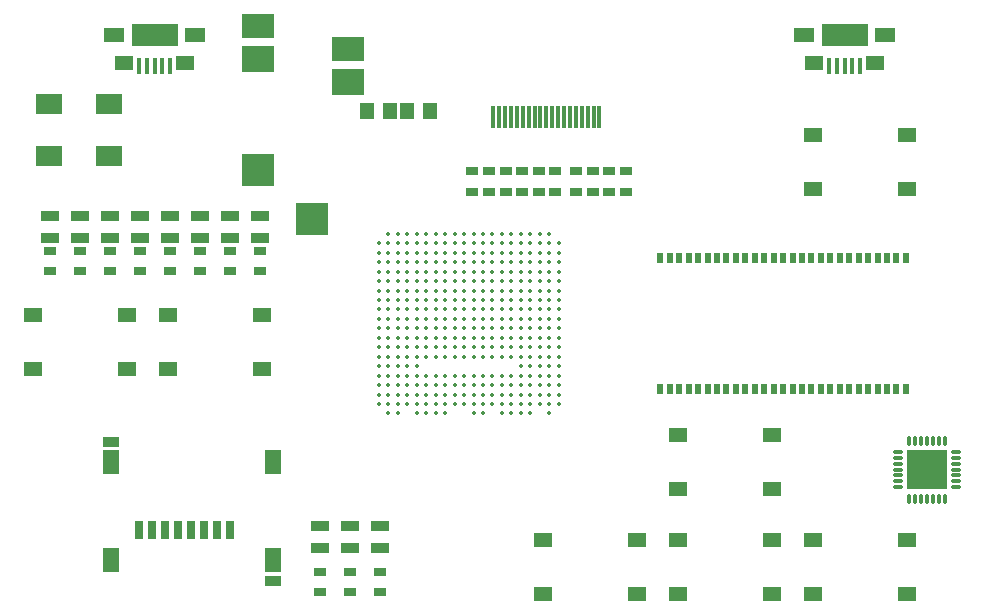
<source format=gtp>
G04 #@! TF.GenerationSoftware,KiCad,Pcbnew,5.0.0-rc2+dfsg1-2*
G04 #@! TF.CreationDate,2018-06-06T21:13:25+02:00*
G04 #@! TF.ProjectId,ulx3s,756C7833732E6B696361645F70636200,rev?*
G04 #@! TF.SameCoordinates,Original*
G04 #@! TF.FileFunction,Paste,Top*
G04 #@! TF.FilePolarity,Positive*
%FSLAX46Y46*%
G04 Gerber Fmt 4.6, Leading zero omitted, Abs format (unit mm)*
G04 Created by KiCad (PCBNEW 5.0.0-rc2+dfsg1-2) date Wed Jun  6 21:13:25 2018*
%MOMM*%
%LPD*%
G01*
G04 APERTURE LIST*
%ADD10R,1.700000X1.300000*%
%ADD11R,0.400000X1.350000*%
%ADD12R,4.000000X1.900000*%
%ADD13R,1.600000X1.200000*%
%ADD14O,0.850000X0.300000*%
%ADD15O,0.300000X0.850000*%
%ADD16R,1.675000X1.675000*%
%ADD17R,1.550000X1.300000*%
%ADD18C,0.350000*%
%ADD19R,2.800000X2.000000*%
%ADD20R,2.800000X2.200000*%
%ADD21R,2.800000X2.800000*%
%ADD22R,0.700000X1.500000*%
%ADD23R,1.450000X0.900000*%
%ADD24R,1.450000X2.000000*%
%ADD25R,2.200000X1.800000*%
%ADD26R,0.560000X0.900000*%
%ADD27R,1.000000X0.670000*%
%ADD28R,1.500000X0.970000*%
%ADD29R,0.300000X1.900000*%
%ADD30R,1.295000X1.400000*%
G04 APERTURE END LIST*
D10*
G04 #@! TO.C,US2*
X166900000Y-63325000D03*
X173700000Y-63325000D03*
D11*
X169000000Y-66000000D03*
X169650000Y-66000000D03*
X170300000Y-66000000D03*
X170950000Y-66000000D03*
X171600000Y-66000000D03*
D12*
X170300000Y-63325000D03*
D13*
X167700000Y-65725000D03*
X172900000Y-65725000D03*
G04 #@! TD*
D10*
G04 #@! TO.C,US1*
X108480000Y-63325000D03*
X115280000Y-63325000D03*
D11*
X110580000Y-66000000D03*
X111230000Y-66000000D03*
X111880000Y-66000000D03*
X112530000Y-66000000D03*
X113180000Y-66000000D03*
D12*
X111880000Y-63325000D03*
D13*
X109280000Y-65725000D03*
X114480000Y-65725000D03*
G04 #@! TD*
D14*
G04 #@! TO.C,U8*
X179735000Y-101655000D03*
X179735000Y-101155000D03*
X179735000Y-100655000D03*
X179735000Y-100155000D03*
X179735000Y-99655000D03*
X179735000Y-99155000D03*
X179735000Y-98655000D03*
D15*
X178785000Y-97705000D03*
X178285000Y-97705000D03*
X177785000Y-97705000D03*
X177285000Y-97705000D03*
X176785000Y-97705000D03*
X176285000Y-97705000D03*
X175785000Y-97705000D03*
D14*
X174835000Y-98655000D03*
X174835000Y-99155000D03*
X174835000Y-99655000D03*
X174835000Y-100155000D03*
X174835000Y-100655000D03*
X174835000Y-101155000D03*
X174835000Y-101655000D03*
D15*
X175785000Y-102605000D03*
X176285000Y-102605000D03*
X176785000Y-102605000D03*
X177285000Y-102605000D03*
X177785000Y-102605000D03*
X178285000Y-102605000D03*
X178785000Y-102605000D03*
D16*
X176447500Y-99317500D03*
X176447500Y-100992500D03*
X178122500Y-99317500D03*
X178122500Y-100992500D03*
G04 #@! TD*
D17*
G04 #@! TO.C,BTN0*
X175550000Y-71870000D03*
X175550000Y-76370000D03*
X167590000Y-76370000D03*
X167590000Y-71870000D03*
G04 #@! TD*
G04 #@! TO.C,BTN1*
X101550000Y-91610000D03*
X101550000Y-87110000D03*
X109510000Y-87110000D03*
X109510000Y-91610000D03*
G04 #@! TD*
G04 #@! TO.C,BTN2*
X112980000Y-91610000D03*
X112980000Y-87110000D03*
X120940000Y-87110000D03*
X120940000Y-91610000D03*
G04 #@! TD*
G04 #@! TO.C,BTN3*
X156160000Y-101770000D03*
X156160000Y-97270000D03*
X164120000Y-97270000D03*
X164120000Y-101770000D03*
G04 #@! TD*
G04 #@! TO.C,BTN4*
X164120000Y-106160000D03*
X164120000Y-110660000D03*
X156160000Y-110660000D03*
X156160000Y-106160000D03*
G04 #@! TD*
G04 #@! TO.C,BTN5*
X152690000Y-106160000D03*
X152690000Y-110660000D03*
X144730000Y-110660000D03*
X144730000Y-106160000D03*
G04 #@! TD*
G04 #@! TO.C,BTN6*
X175550000Y-106160000D03*
X175550000Y-110660000D03*
X167590000Y-110660000D03*
X167590000Y-106160000D03*
G04 #@! TD*
D18*
G04 #@! TO.C,U1*
X131680000Y-80200000D03*
X132480000Y-80200000D03*
X133280000Y-80200000D03*
X134080000Y-80200000D03*
X134880000Y-80200000D03*
X135680000Y-80200000D03*
X136480000Y-80200000D03*
X137280000Y-80200000D03*
X138080000Y-80200000D03*
X138880000Y-80200000D03*
X139680000Y-80200000D03*
X140480000Y-80200000D03*
X141280000Y-80200000D03*
X142080000Y-80200000D03*
X142880000Y-80200000D03*
X143680000Y-80200000D03*
X144480000Y-80200000D03*
X145280000Y-80200000D03*
X130880000Y-81000000D03*
X131680000Y-81000000D03*
X132480000Y-81000000D03*
X133280000Y-81000000D03*
X134080000Y-81000000D03*
X134880000Y-81000000D03*
X135680000Y-81000000D03*
X136480000Y-81000000D03*
X137280000Y-81000000D03*
X138080000Y-81000000D03*
X138880000Y-81000000D03*
X139680000Y-81000000D03*
X140480000Y-81000000D03*
X141280000Y-81000000D03*
X142080000Y-81000000D03*
X142880000Y-81000000D03*
X143680000Y-81000000D03*
X144480000Y-81000000D03*
X145280000Y-81000000D03*
X146080000Y-81000000D03*
X130880000Y-81800000D03*
X131680000Y-81800000D03*
X132480000Y-81800000D03*
X133280000Y-81800000D03*
X134080000Y-81800000D03*
X134880000Y-81800000D03*
X135680000Y-81800000D03*
X136480000Y-81800000D03*
X137280000Y-81800000D03*
X138080000Y-81800000D03*
X138880000Y-81800000D03*
X139680000Y-81800000D03*
X140480000Y-81800000D03*
X141280000Y-81800000D03*
X142080000Y-81800000D03*
X142880000Y-81800000D03*
X143680000Y-81800000D03*
X144480000Y-81800000D03*
X145280000Y-81800000D03*
X146080000Y-81800000D03*
X130880000Y-82600000D03*
X131680000Y-82600000D03*
X132480000Y-82600000D03*
X133280000Y-82600000D03*
X134080000Y-82600000D03*
X134880000Y-82600000D03*
X135680000Y-82600000D03*
X136480000Y-82600000D03*
X137280000Y-82600000D03*
X138080000Y-82600000D03*
X138880000Y-82600000D03*
X139680000Y-82600000D03*
X140480000Y-82600000D03*
X141280000Y-82600000D03*
X142080000Y-82600000D03*
X142880000Y-82600000D03*
X143680000Y-82600000D03*
X144480000Y-82600000D03*
X145280000Y-82600000D03*
X146080000Y-82600000D03*
X130880000Y-83400000D03*
X131680000Y-83400000D03*
X132480000Y-83400000D03*
X133280000Y-83400000D03*
X134080000Y-83400000D03*
X134880000Y-83400000D03*
X135680000Y-83400000D03*
X136480000Y-83400000D03*
X137280000Y-83400000D03*
X138080000Y-83400000D03*
X138880000Y-83400000D03*
X139680000Y-83400000D03*
X140480000Y-83400000D03*
X141280000Y-83400000D03*
X142080000Y-83400000D03*
X142880000Y-83400000D03*
X143680000Y-83400000D03*
X144480000Y-83400000D03*
X145280000Y-83400000D03*
X146080000Y-83400000D03*
X130880000Y-84200000D03*
X131680000Y-84200000D03*
X132480000Y-84200000D03*
X133280000Y-84200000D03*
X134080000Y-84200000D03*
X134880000Y-84200000D03*
X135680000Y-84200000D03*
X136480000Y-84200000D03*
X137280000Y-84200000D03*
X138080000Y-84200000D03*
X138880000Y-84200000D03*
X139680000Y-84200000D03*
X140480000Y-84200000D03*
X141280000Y-84200000D03*
X142080000Y-84200000D03*
X142880000Y-84200000D03*
X143680000Y-84200000D03*
X144480000Y-84200000D03*
X145280000Y-84200000D03*
X146080000Y-84200000D03*
X130880000Y-85000000D03*
X131680000Y-85000000D03*
X132480000Y-85000000D03*
X133280000Y-85000000D03*
X134080000Y-85000000D03*
X134880000Y-85000000D03*
X135680000Y-85000000D03*
X136480000Y-85000000D03*
X137280000Y-85000000D03*
X138080000Y-85000000D03*
X138880000Y-85000000D03*
X139680000Y-85000000D03*
X140480000Y-85000000D03*
X141280000Y-85000000D03*
X142080000Y-85000000D03*
X142880000Y-85000000D03*
X143680000Y-85000000D03*
X144480000Y-85000000D03*
X145280000Y-85000000D03*
X146080000Y-85000000D03*
X130880000Y-85800000D03*
X131680000Y-85800000D03*
X132480000Y-85800000D03*
X133280000Y-85800000D03*
X134080000Y-85800000D03*
X134880000Y-85800000D03*
X135680000Y-85800000D03*
X136480000Y-85800000D03*
X137280000Y-85800000D03*
X138080000Y-85800000D03*
X138880000Y-85800000D03*
X139680000Y-85800000D03*
X140480000Y-85800000D03*
X141280000Y-85800000D03*
X142080000Y-85800000D03*
X142880000Y-85800000D03*
X143680000Y-85800000D03*
X144480000Y-85800000D03*
X145280000Y-85800000D03*
X146080000Y-85800000D03*
X130880000Y-86600000D03*
X131680000Y-86600000D03*
X132480000Y-86600000D03*
X133280000Y-86600000D03*
X134080000Y-86600000D03*
X134880000Y-86600000D03*
X135680000Y-86600000D03*
X136480000Y-86600000D03*
X137280000Y-86600000D03*
X138080000Y-86600000D03*
X138880000Y-86600000D03*
X139680000Y-86600000D03*
X140480000Y-86600000D03*
X141280000Y-86600000D03*
X142080000Y-86600000D03*
X142880000Y-86600000D03*
X143680000Y-86600000D03*
X144480000Y-86600000D03*
X145280000Y-86600000D03*
X146080000Y-86600000D03*
X130880000Y-87400000D03*
X131680000Y-87400000D03*
X132480000Y-87400000D03*
X133280000Y-87400000D03*
X134080000Y-87400000D03*
X134880000Y-87400000D03*
X135680000Y-87400000D03*
X136480000Y-87400000D03*
X137280000Y-87400000D03*
X138080000Y-87400000D03*
X138880000Y-87400000D03*
X139680000Y-87400000D03*
X140480000Y-87400000D03*
X141280000Y-87400000D03*
X142080000Y-87400000D03*
X142880000Y-87400000D03*
X143680000Y-87400000D03*
X144480000Y-87400000D03*
X145280000Y-87400000D03*
X146080000Y-87400000D03*
X130880000Y-88200000D03*
X131680000Y-88200000D03*
X132480000Y-88200000D03*
X133280000Y-88200000D03*
X134080000Y-88200000D03*
X134880000Y-88200000D03*
X135680000Y-88200000D03*
X136480000Y-88200000D03*
X137280000Y-88200000D03*
X138080000Y-88200000D03*
X138880000Y-88200000D03*
X139680000Y-88200000D03*
X140480000Y-88200000D03*
X141280000Y-88200000D03*
X142080000Y-88200000D03*
X142880000Y-88200000D03*
X143680000Y-88200000D03*
X144480000Y-88200000D03*
X145280000Y-88200000D03*
X146080000Y-88200000D03*
X130880000Y-89000000D03*
X131680000Y-89000000D03*
X132480000Y-89000000D03*
X133280000Y-89000000D03*
X134080000Y-89000000D03*
X134880000Y-89000000D03*
X135680000Y-89000000D03*
X136480000Y-89000000D03*
X137280000Y-89000000D03*
X138080000Y-89000000D03*
X138880000Y-89000000D03*
X139680000Y-89000000D03*
X140480000Y-89000000D03*
X141280000Y-89000000D03*
X142080000Y-89000000D03*
X142880000Y-89000000D03*
X143680000Y-89000000D03*
X144480000Y-89000000D03*
X145280000Y-89000000D03*
X146080000Y-89000000D03*
X130880000Y-89800000D03*
X131680000Y-89800000D03*
X132480000Y-89800000D03*
X133280000Y-89800000D03*
X134080000Y-89800000D03*
X134880000Y-89800000D03*
X135680000Y-89800000D03*
X136480000Y-89800000D03*
X137280000Y-89800000D03*
X138080000Y-89800000D03*
X138880000Y-89800000D03*
X139680000Y-89800000D03*
X140480000Y-89800000D03*
X141280000Y-89800000D03*
X142080000Y-89800000D03*
X142880000Y-89800000D03*
X143680000Y-89800000D03*
X144480000Y-89800000D03*
X145280000Y-89800000D03*
X146080000Y-89800000D03*
X130880000Y-90600000D03*
X131680000Y-90600000D03*
X132480000Y-90600000D03*
X133280000Y-90600000D03*
X134080000Y-90600000D03*
X134880000Y-90600000D03*
X135680000Y-90600000D03*
X136480000Y-90600000D03*
X137280000Y-90600000D03*
X138080000Y-90600000D03*
X138880000Y-90600000D03*
X139680000Y-90600000D03*
X140480000Y-90600000D03*
X141280000Y-90600000D03*
X142080000Y-90600000D03*
X142880000Y-90600000D03*
X143680000Y-90600000D03*
X144480000Y-90600000D03*
X145280000Y-90600000D03*
X146080000Y-90600000D03*
X130880000Y-91400000D03*
X131680000Y-91400000D03*
X132480000Y-91400000D03*
X133280000Y-91400000D03*
X134080000Y-91400000D03*
X142880000Y-91400000D03*
X143680000Y-91400000D03*
X144480000Y-91400000D03*
X145280000Y-91400000D03*
X146080000Y-91400000D03*
X130880000Y-92200000D03*
X131680000Y-92200000D03*
X132480000Y-92200000D03*
X133280000Y-92200000D03*
X134080000Y-92200000D03*
X134880000Y-92200000D03*
X135680000Y-92200000D03*
X136480000Y-92200000D03*
X137280000Y-92200000D03*
X138080000Y-92200000D03*
X138880000Y-92200000D03*
X139680000Y-92200000D03*
X140480000Y-92200000D03*
X141280000Y-92200000D03*
X142080000Y-92200000D03*
X142880000Y-92200000D03*
X143680000Y-92200000D03*
X144480000Y-92200000D03*
X145280000Y-92200000D03*
X146080000Y-92200000D03*
X130880000Y-93000000D03*
X131680000Y-93000000D03*
X132480000Y-93000000D03*
X133280000Y-93000000D03*
X134080000Y-93000000D03*
X134880000Y-93000000D03*
X135680000Y-93000000D03*
X136480000Y-93000000D03*
X137280000Y-93000000D03*
X138080000Y-93000000D03*
X138880000Y-93000000D03*
X139680000Y-93000000D03*
X140480000Y-93000000D03*
X141280000Y-93000000D03*
X142080000Y-93000000D03*
X142880000Y-93000000D03*
X143680000Y-93000000D03*
X144480000Y-93000000D03*
X145280000Y-93000000D03*
X146080000Y-93000000D03*
X130880000Y-93800000D03*
X131680000Y-93800000D03*
X132480000Y-93800000D03*
X133280000Y-93800000D03*
X134080000Y-93800000D03*
X134880000Y-93800000D03*
X135680000Y-93800000D03*
X136480000Y-93800000D03*
X137280000Y-93800000D03*
X138080000Y-93800000D03*
X138880000Y-93800000D03*
X139680000Y-93800000D03*
X140480000Y-93800000D03*
X141280000Y-93800000D03*
X142080000Y-93800000D03*
X142880000Y-93800000D03*
X143680000Y-93800000D03*
X144480000Y-93800000D03*
X145280000Y-93800000D03*
X146080000Y-93800000D03*
X130880000Y-94600000D03*
X131680000Y-94600000D03*
X132480000Y-94600000D03*
X133280000Y-94600000D03*
X134080000Y-94600000D03*
X134880000Y-94600000D03*
X135680000Y-94600000D03*
X136480000Y-94600000D03*
X137280000Y-94600000D03*
X138080000Y-94600000D03*
X138880000Y-94600000D03*
X139680000Y-94600000D03*
X140480000Y-94600000D03*
X141280000Y-94600000D03*
X142080000Y-94600000D03*
X142880000Y-94600000D03*
X143680000Y-94600000D03*
X144480000Y-94600000D03*
X145280000Y-94600000D03*
X146080000Y-94600000D03*
X131680000Y-95400000D03*
X132480000Y-95400000D03*
X134080000Y-95400000D03*
X134880000Y-95400000D03*
X135680000Y-95400000D03*
X136480000Y-95400000D03*
X138880000Y-95400000D03*
X139680000Y-95400000D03*
X141280000Y-95400000D03*
X142080000Y-95400000D03*
X142880000Y-95400000D03*
X143680000Y-95400000D03*
X145280000Y-95400000D03*
G04 #@! TD*
D19*
G04 #@! TO.C,AUDIO1*
X120668000Y-62618000D03*
D20*
X120668000Y-65418000D03*
D21*
X120668000Y-74818000D03*
X125218000Y-78918000D03*
D20*
X128268000Y-67318000D03*
D19*
X128268000Y-64518000D03*
G04 #@! TD*
D22*
G04 #@! TO.C,SD1*
X118250000Y-105250000D03*
X117150000Y-105250000D03*
X116050000Y-105250000D03*
X114950000Y-105250000D03*
X113850000Y-105250000D03*
X112750000Y-105250000D03*
X111650000Y-105250000D03*
X110550000Y-105250000D03*
D23*
X121925000Y-109550000D03*
X108175000Y-97850000D03*
D24*
X108175000Y-107850000D03*
X121925000Y-107850000D03*
X121925000Y-99550000D03*
X108175000Y-99550000D03*
G04 #@! TD*
D25*
G04 #@! TO.C,Y1*
X108040000Y-69220000D03*
X102960000Y-69220000D03*
X102960000Y-73620000D03*
X108040000Y-73620000D03*
G04 #@! TD*
D26*
G04 #@! TO.C,U2*
X175493000Y-82270000D03*
X154693000Y-93330000D03*
X155493000Y-93330000D03*
X156293000Y-93330000D03*
X157093000Y-93330000D03*
X157893000Y-93330000D03*
X158693000Y-93330000D03*
X159493000Y-93330000D03*
X160293000Y-93330000D03*
X161093000Y-93330000D03*
X161893000Y-93330000D03*
X162693000Y-93330000D03*
X163493000Y-93330000D03*
X164293000Y-93330000D03*
X165093000Y-93330000D03*
X165893000Y-93330000D03*
X166693000Y-93330000D03*
X167493000Y-93330000D03*
X168293000Y-93330000D03*
X169093000Y-93330000D03*
X169893000Y-93330000D03*
X170693000Y-93330000D03*
X171493000Y-93330000D03*
X172293000Y-93330000D03*
X173093000Y-93330000D03*
X173893000Y-93330000D03*
X174693000Y-93330000D03*
X175493000Y-93330000D03*
X174693000Y-82270000D03*
X173893000Y-82270000D03*
X173093000Y-82270000D03*
X172293000Y-82270000D03*
X171493000Y-82270000D03*
X170693000Y-82270000D03*
X169893000Y-82270000D03*
X169093000Y-82270000D03*
X168293000Y-82270000D03*
X167493000Y-82270000D03*
X166693000Y-82270000D03*
X165893000Y-82270000D03*
X165093000Y-82270000D03*
X164293000Y-82270000D03*
X163493000Y-82270000D03*
X162693000Y-82270000D03*
X161893000Y-82270000D03*
X161093000Y-82270000D03*
X160293000Y-82270000D03*
X159493000Y-82270000D03*
X158693000Y-82270000D03*
X157893000Y-82270000D03*
X157093000Y-82270000D03*
X156293000Y-82270000D03*
X155493000Y-82270000D03*
X154693000Y-82270000D03*
G04 #@! TD*
D27*
G04 #@! TO.C,C36*
X150361000Y-76646000D03*
X150361000Y-74896000D03*
G04 #@! TD*
G04 #@! TO.C,C37*
X151758000Y-74896000D03*
X151758000Y-76646000D03*
G04 #@! TD*
G04 #@! TO.C,C38*
X140201000Y-74896000D03*
X140201000Y-76646000D03*
G04 #@! TD*
G04 #@! TO.C,C39*
X142995000Y-76646000D03*
X142995000Y-74896000D03*
G04 #@! TD*
G04 #@! TO.C,C40*
X145789000Y-76646000D03*
X145789000Y-74896000D03*
G04 #@! TD*
G04 #@! TO.C,C41*
X148964000Y-74896000D03*
X148964000Y-76646000D03*
G04 #@! TD*
G04 #@! TO.C,C42*
X138742800Y-76638600D03*
X138742800Y-74888600D03*
G04 #@! TD*
G04 #@! TO.C,C43*
X141598000Y-74896000D03*
X141598000Y-76646000D03*
G04 #@! TD*
G04 #@! TO.C,C44*
X144392000Y-74896000D03*
X144392000Y-76646000D03*
G04 #@! TD*
G04 #@! TO.C,C45*
X147567000Y-76634000D03*
X147567000Y-74884000D03*
G04 #@! TD*
D28*
G04 #@! TO.C,D19*
X130930000Y-106825000D03*
X130930000Y-104915000D03*
G04 #@! TD*
G04 #@! TO.C,D0*
X120770000Y-78644000D03*
X120770000Y-80554000D03*
G04 #@! TD*
G04 #@! TO.C,D1*
X118230000Y-80554000D03*
X118230000Y-78644000D03*
G04 #@! TD*
G04 #@! TO.C,D2*
X115690000Y-78644000D03*
X115690000Y-80554000D03*
G04 #@! TD*
G04 #@! TO.C,D3*
X113150000Y-78644000D03*
X113150000Y-80554000D03*
G04 #@! TD*
G04 #@! TO.C,D4*
X110610000Y-80554000D03*
X110610000Y-78644000D03*
G04 #@! TD*
G04 #@! TO.C,D5*
X108070000Y-80554000D03*
X108070000Y-78644000D03*
G04 #@! TD*
G04 #@! TO.C,D6*
X105545000Y-78644000D03*
X105545000Y-80554000D03*
G04 #@! TD*
G04 #@! TO.C,D7*
X102990000Y-80554000D03*
X102990000Y-78644000D03*
G04 #@! TD*
G04 #@! TO.C,D18*
X128390000Y-106825000D03*
X128390000Y-104915000D03*
G04 #@! TD*
G04 #@! TO.C,D22*
X125850000Y-104915000D03*
X125850000Y-106825000D03*
G04 #@! TD*
D29*
G04 #@! TO.C,GPDI1*
X149546000Y-70312000D03*
X149046000Y-70312000D03*
X148546000Y-70312000D03*
X148046000Y-70312000D03*
X147546000Y-70312000D03*
X147046000Y-70312000D03*
X146546000Y-70312000D03*
X146046000Y-70312000D03*
X145546000Y-70312000D03*
X145046000Y-70312000D03*
X144546000Y-70312000D03*
X144046000Y-70312000D03*
X143546000Y-70312000D03*
X143046000Y-70312000D03*
X142546000Y-70312000D03*
X142046000Y-70312000D03*
X141546000Y-70312000D03*
X141046000Y-70312000D03*
X140546000Y-70312000D03*
G04 #@! TD*
D27*
G04 #@! TO.C,R41*
X120770000Y-83377000D03*
X120770000Y-81627000D03*
G04 #@! TD*
G04 #@! TO.C,R42*
X118230000Y-81627000D03*
X118230000Y-83377000D03*
G04 #@! TD*
G04 #@! TO.C,R43*
X115690000Y-83377000D03*
X115690000Y-81627000D03*
G04 #@! TD*
G04 #@! TO.C,R44*
X113150000Y-81627000D03*
X113150000Y-83377000D03*
G04 #@! TD*
G04 #@! TO.C,R45*
X110610000Y-81627000D03*
X110610000Y-83377000D03*
G04 #@! TD*
G04 #@! TO.C,R46*
X108070000Y-83377000D03*
X108070000Y-81627000D03*
G04 #@! TD*
G04 #@! TO.C,R47*
X105530000Y-81627000D03*
X105530000Y-83377000D03*
G04 #@! TD*
G04 #@! TO.C,R48*
X102990000Y-83377000D03*
X102990000Y-81627000D03*
G04 #@! TD*
G04 #@! TO.C,R36*
X128390000Y-110555000D03*
X128390000Y-108805000D03*
G04 #@! TD*
G04 #@! TO.C,R37*
X130930000Y-110555000D03*
X130930000Y-108805000D03*
G04 #@! TD*
G04 #@! TO.C,R62*
X125850000Y-108805000D03*
X125850000Y-110555000D03*
G04 #@! TD*
D30*
G04 #@! TO.C,RV2*
X131785500Y-69814500D03*
X129850500Y-69814500D03*
G04 #@! TD*
G04 #@! TO.C,RV3*
X133231000Y-69814500D03*
X135166000Y-69814500D03*
G04 #@! TD*
M02*

</source>
